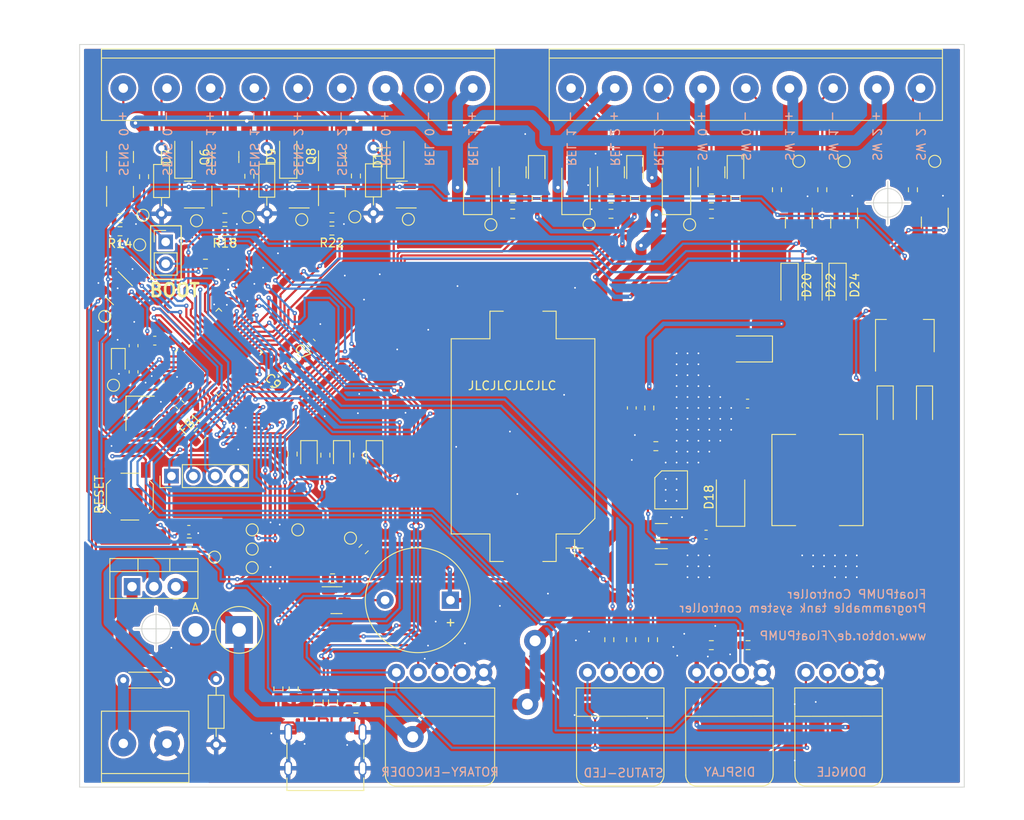
<source format=kicad_pcb>
(kicad_pcb (version 20211014) (generator pcbnew)

  (general
    (thickness 1.6)
  )

  (paper "A4")
  (title_block
    (title "FloatPUMP Basic Boards")
    (date "2022-11-22")
    (rev "1.0")
    (company "www.robtor.de")
  )

  (layers
    (0 "F.Cu" signal)
    (31 "B.Cu" signal)
    (32 "B.Adhes" user "B.Adhesive")
    (33 "F.Adhes" user "F.Adhesive")
    (34 "B.Paste" user)
    (35 "F.Paste" user)
    (36 "B.SilkS" user "B.Silkscreen")
    (37 "F.SilkS" user "F.Silkscreen")
    (38 "B.Mask" user)
    (39 "F.Mask" user)
    (40 "Dwgs.User" user "User.Drawings")
    (41 "Cmts.User" user "User.Comments")
    (42 "Eco1.User" user "User.Eco1")
    (43 "Eco2.User" user "User.Eco2")
    (44 "Edge.Cuts" user)
    (45 "Margin" user)
    (46 "B.CrtYd" user "B.Courtyard")
    (47 "F.CrtYd" user "F.Courtyard")
    (48 "B.Fab" user)
    (49 "F.Fab" user)
    (50 "User.1" user)
    (51 "User.2" user)
    (52 "User.3" user)
    (53 "User.4" user)
    (54 "User.5" user)
    (55 "User.6" user)
    (56 "User.7" user)
    (57 "User.8" user)
    (58 "User.9" user)
  )

  (setup
    (stackup
      (layer "F.SilkS" (type "Top Silk Screen"))
      (layer "F.Paste" (type "Top Solder Paste"))
      (layer "F.Mask" (type "Top Solder Mask") (thickness 0.01))
      (layer "F.Cu" (type "copper") (thickness 0.035))
      (layer "dielectric 1" (type "core") (thickness 1.51) (material "FR4") (epsilon_r 4.5) (loss_tangent 0.02))
      (layer "B.Cu" (type "copper") (thickness 0.035))
      (layer "B.Mask" (type "Bottom Solder Mask") (thickness 0.01))
      (layer "B.Paste" (type "Bottom Solder Paste"))
      (layer "B.SilkS" (type "Bottom Silk Screen"))
      (copper_finish "None")
      (dielectric_constraints no)
    )
    (pad_to_mask_clearance 0)
    (pcbplotparams
      (layerselection 0x00010fc_ffffffff)
      (disableapertmacros false)
      (usegerberextensions true)
      (usegerberattributes false)
      (usegerberadvancedattributes false)
      (creategerberjobfile false)
      (svguseinch false)
      (svgprecision 6)
      (excludeedgelayer true)
      (plotframeref false)
      (viasonmask false)
      (mode 1)
      (useauxorigin false)
      (hpglpennumber 1)
      (hpglpenspeed 20)
      (hpglpendiameter 15.000000)
      (dxfpolygonmode true)
      (dxfimperialunits true)
      (dxfusepcbnewfont true)
      (psnegative false)
      (psa4output false)
      (plotreference true)
      (plotvalue false)
      (plotinvisibletext false)
      (sketchpadsonfab false)
      (subtractmaskfromsilk true)
      (outputformat 1)
      (mirror false)
      (drillshape 0)
      (scaleselection 1)
      (outputdirectory "../Production/gerber/")
    )
  )

  (net 0 "")
  (net 1 "/cryst1+")
  (net 2 "GND")
  (net 3 "/cryst1-")
  (net 4 "Net-(C3-Pad1)")
  (net 5 "/cryst2+")
  (net 6 "/cryst2-")
  (net 7 "/VBAT")
  (net 8 "/NRST")
  (net 9 "Net-(D1-Pad1)")
  (net 10 "+3.3V")
  (net 11 "Net-(D2-Pad1)")
  (net 12 "Net-(D3-Pad1)")
  (net 13 "/VB")
  (net 14 "T11")
  (net 15 "T13")
  (net 16 "T15")
  (net 17 "T17")
  (net 18 "Net-(C17-Pad1)")
  (net 19 "Net-(C17-Pad2)")
  (net 20 "T20")
  (net 21 "/GPI0")
  (net 22 "/GPI1")
  (net 23 "/GPI2")
  (net 24 "/RRDT")
  (net 25 "/RRCLK")
  (net 26 "/RRSW")
  (net 27 "+5V")
  (net 28 "/I2C1_SDA")
  (net 29 "/I2C1_SCL")
  (net 30 "/USART1_TX")
  (net 31 "/USART1_RX")
  (net 32 "/SWDIO")
  (net 33 "/SWCLK")
  (net 34 "T22")
  (net 35 "unconnected-(J9-PadA8)")
  (net 36 "unconnected-(J9-PadB8)")
  (net 37 "T10")
  (net 38 "T12")
  (net 39 "T14")
  (net 40 "/BOOT0")
  (net 41 "T24")
  (net 42 "T26")
  (net 43 "T28")
  (net 44 "Net-(LS1-Pad2)")
  (net 45 "Net-(Q2-Pad1)")
  (net 46 "Net-(D4-Pad2)")
  (net 47 "Net-(D12-Pad2)")
  (net 48 "Net-(D14-Pad2)")
  (net 49 "Net-(Q9-Pad1)")
  (net 50 "Net-(Q10-Pad1)")
  (net 51 "/LED0")
  (net 52 "/LED1")
  (net 53 "/LED2")
  (net 54 "/LED5")
  (net 55 "/LED4")
  (net 56 "/LED3")
  (net 57 "/BEEP")
  (net 58 "/MPWR0")
  (net 59 "/MPWR1")
  (net 60 "/MPWR2")
  (net 61 "/OCHAN0")
  (net 62 "/OCHAN1")
  (net 63 "/OCHAN2")
  (net 64 "/usb_conn/U_D-")
  (net 65 "/USB_FS_D-")
  (net 66 "/usb_conn/U_D+")
  (net 67 "/USB_FS_D+")
  (net 68 "/usb_conn/U_VBUS")
  (net 69 "/USB_FS_VBUS")
  (net 70 "/usb_conn/CC")
  (net 71 "Net-(D16-Pad2)")
  (net 72 "Net-(Q3-Pad3)")
  (net 73 "Net-(Q3-Pad1)")
  (net 74 "Net-(Q5-Pad3)")
  (net 75 "Net-(C18-Pad1)")
  (net 76 "Net-(TP4-Pad1)")
  (net 77 "Net-(U3-Pad6)")
  (net 78 "T16")
  (net 79 "Net-(J5-Pad2)")
  (net 80 "Net-(J5-Pad3)")
  (net 81 "Net-(J5-Pad4)")
  (net 82 "Net-(J3-Pad2)")
  (net 83 "Net-(Q5-Pad1)")
  (net 84 "Net-(Q7-Pad3)")
  (net 85 "Net-(Q7-Pad1)")
  (net 86 "Net-(Q11-Pad1)")
  (net 87 "Net-(Q1-Pad2)")
  (net 88 "Net-(C6-Pad2)")

  (footprint "Capacitor_SMD:C_0603_1608Metric" (layer "F.Cu") (at 104.4956 88.7476))

  (footprint "Package_TO_SOT_SMD:SOT-23" (layer "F.Cu") (at 112.6975 71.41095 90))

  (footprint "custom_parts:2542R-04" (layer "F.Cu") (at 180.213 127.3302))

  (footprint "Package_TO_SOT_SMD:SOT-23" (layer "F.Cu") (at 112.71 67.3885 90))

  (footprint "Resistor_SMD:R_0603_1608Metric" (layer "F.Cu") (at 120.396 91.313 -45))

  (footprint "TestPoint:TestPoint_Pad_D1.0mm" (layer "F.Cu") (at 127.762 74.3435))

  (footprint "Resistor_SMD:R_0603_1608Metric" (layer "F.Cu") (at 157.353 123.5202 90))

  (footprint "Resistor_SMD:R_0603_1608Metric" (layer "F.Cu") (at 127.889 69.5937 -90))

  (footprint "TestPoint:TestPoint_Pad_D1.0mm" (layer "F.Cu") (at 155.006 75.2582))

  (footprint "LED_SMD:LED_0805_2012Metric" (layer "F.Cu") (at 160.34 68.9082 -90))

  (footprint "custom_parts:CAMBLOCK CTB0509-2" (layer "F.Cu") (at 105.918 135.5852 180))

  (footprint "Capacitor_SMD:C_0603_1608Metric" (layer "F.Cu") (at 168.6052 111.3028))

  (footprint "Capacitor_SMD:C_0603_1608Metric" (layer "F.Cu") (at 119.253 92.456 135))

  (footprint "Package_TO_SOT_THT:TO-220-3_Vertical" (layer "F.Cu") (at 101.854 117.3532))

  (footprint "TestPoint:TestPoint_Pad_D1.0mm" (layer "F.Cu") (at 179.39 67.8942 90))

  (footprint "Resistor_SMD:R_0603_1608Metric" (layer "F.Cu") (at 146.116 73.9882 180))

  (footprint "Crystal:Crystal_SMD_2012-2Pin_2.0x1.2mm" (layer "F.Cu") (at 100.254451 90.853196 -90))

  (footprint "Resistor_SMD:R_0603_1608Metric" (layer "F.Cu") (at 124.333 102.0572 -90))

  (footprint "Diode_SMD:D_SMA" (layer "F.Cu") (at 171.45 106.934 90))

  (footprint "Connector_USB:USB_C_Receptacle_Palconn_UTC16-G" (layer "F.Cu") (at 124.333 136.2202))

  (footprint "Resistor_THT:R_Axial_DIN0204_L3.6mm_D1.6mm_P7.62mm_Horizontal" (layer "F.Cu") (at 105.283 66.3702 -90))

  (footprint "Diode_THT:D_DO-201AD_P5.08mm_Vertical_AnodeUp" (layer "F.Cu") (at 114.3 122.3772 180))

  (footprint "Resistor_SMD:R_0603_1608Metric" (layer "F.Cu") (at 172.024 72.2102 -90))

  (footprint "Resistor_SMD:R_0603_1608Metric" (layer "F.Cu") (at 125.095 75.9437 180))

  (footprint "TestPoint:TestPoint_Pad_D1.0mm" (layer "F.Cu") (at 133.985 74.63675))

  (footprint "custom_parts:CAMBLOCK CTB0509-9" (layer "F.Cu") (at 100.838 59.3852))

  (footprint "Diode_SMD:D_MiniMELF" (layer "F.Cu") (at 120.015 67.31 90))

  (footprint "Resistor_SMD:R_0603_1608Metric" (layer "F.Cu") (at 162.0012 96.5708 -90))

  (footprint "Package_TO_SOT_SMD:SOT-23" (layer "F.Cu") (at 169.23 69.1622 90))

  (footprint "Resistor_SMD:R_0603_1608Metric" (layer "F.Cu") (at 118.872 129.2352 90))

  (footprint "custom_parts:2542R-04" (layer "F.Cu") (at 167.513 127.3302))

  (footprint "TestPoint:TestPoint_Pad_D1.0mm" (layer "F.Cu") (at 195.199 67.8942 90))

  (footprint "TestPoint:TestPoint_Pad_D1.0mm" (layer "F.Cu") (at 115.3645 74.38275))

  (footprint "Resistor_SMD:R_0603_1608Metric" (layer "F.Cu") (at 146.116 72.2102))

  (footprint "Diode_SMD:D_MiniMELF" (layer "F.Cu") (at 178.308 82.296 -90))

  (footprint "Package_TO_SOT_SMD:SOT-23" (layer "F.Cu") (at 184.658 75.0062 -90))

  (footprint "custom_parts:MP9486A-SOIC-8" (layer "F.Cu") (at 164.5412 106.0958 -90))

  (footprint "Capacitor_Tantalum_SMD:CP_EIA-3528-21_Kemet-B" (layer "F.Cu") (at 173.863 89.7128 180))

  (footprint "TestPoint:TestPoint_Pad_D1.0mm" (layer "F.Cu") (at 109.347 74.803))

  (footprint "custom_parts:L_MS1040-330M" (layer "F.Cu") (at 181.5592 104.9528 90))

  (footprint "Resistor_SMD:R_0603_1608Metric" (layer "F.Cu") (at 112.649 74.45895))

  (footprint "Capacitor_SMD:C_0603_1608Metric" (layer "F.Cu") (at 108.6104 98.2472 45))

  (footprint "Resistor_SMD:R_0603_1608Metric" (layer "F.Cu") (at 192.659 71.1962 -90))

  (footprint "Capacitor_SMD:C_0603_1608Metric" (layer "F.Cu") (at 102.032451 92.377196 -90))

  (footprint "TestPoint:TestPoint_Pad_D1.0mm" (layer "F.Cu") (at 111.4552 113.919))

  (footprint "Resistor_THT:R_Axial_DIN0204_L3.6mm_D1.6mm_P5.08mm_Horizontal" (layer "F.Cu") (at 105.918 128.2192 180))

  (footprint "Resistor_SMD:R_0603_1608Metric" (layer "F.Cu") (at 125.1712 116.3828))

  (footprint "Resistor_SMD:R_0603_1608Metric" (layer "F.Cu") (at 128.143 102.0572 -90))

  (footprint "TestPoint:TestPoint_Pad_D1.0mm" (layer "F.Cu") (at 143.576 75.2582))

  (footprint "Package_TO_SOT_SMD:SOT-23" (layer "F.Cu") (at 133.223 71.755 180))

  (footprint "Capacitor_SMD:C_0603_1608Metric" (layer "F.Cu") (at 107.406459 96.187196 -45))

  (footprint "Package_TO_SOT_SMD:SOT-23" (layer "F.Cu") (at 100.457 71.4502 90))

  (footprint "Package_TO_SOT_SMD:SOT-223-3_TabPin2" (layer "F.Cu") (at 191.7192 88.1888 90))

  (footprint "Battery:BatteryHolder_Keystone_1060_1x2032" (layer "F.Cu") (at 147.32 99.8728 90))

  (footprint "TestPoint:TestPoint_Pad_D1.0mm" (layer "F.Cu") (at 127.254 111.7092))

  (footprint "TestPoint:TestPoint_Pad_D1.0mm" (layer "F.Cu") (at 121.5875 74.676))

  (footprint "TestPoint:TestPoint_Pad_D1.0mm" (layer "F.Cu") (at 121.1326 110.744))

  (footprint "Capacitor_SMD:C_0603_1608Metric" (layer "F.Cu") (at 159.9692 96.5708 90))

  (footprint "LED_SMD:LED_0805_2012Metric" (layer "F.Cu") (at 122.428 102.0572 -90))

  (footprint "Package_TO_SOT_SMD:SOT-23" (layer "F.Cu") (at 120.777 71.755 180))

  (footprint "Resistor_SMD:R_0603_1608Metric" (layer "F.Cu") (at 100.457 74.4982))

  (footprint "Buzzer_Beeper:Buzzer_12x9.5RM7.6" (layer "F.Cu") (at 138.8772 118.9228 180))

  (footprint "LED_SMD:LED_0805_2012Metric" (layer "F.Cu") (at 130.048 102.0572 -90))

  (footprint "Resistor_SMD:R_0603_1608Metric" (layer "F.Cu")
    (tedit 5F68FEEE) (tstamp 701e1a6c-c447-45ac-8d22-510d955c4d6e)
    (at 120.523 101.9302 -90)
    (descr "Resistor SMD 0603 (1608 Metric), square (rectangular) end terminal, IPC_7351 nominal, (Body size source: IPC-SM-782 page 72, https://www.pcb-3d.com/wordpress/wp-content/uploads/ipc-sm-782a_amendment_1_and_2.pdf), generated with kicad-footprint-generator")
    (tags "resistor")
    (property "JLCPCB" "Basic")
    (property "LCSC" "C21190")
    (property "Sheetfile" "FloatPUMP.kicad_sch")
    (property "Sheetname" "")
    (path "/f303ef76-d27a-409e-8075-e8c01dcd1ea2")
    (attr smd)
    (fp_text reference "R1" (at 0 -1.43 90) (layer "F.SilkS") hide
      (effects (font (size 1 1) (thickness 0.15)))
      (tstamp ab937355-b4a8-4a4a-8cc2-c5f45adad155)
    )
    (fp_text value "1k" (at 0 1.43 90) (layer "F.Fab") hide
      (effects (font (size 1 1) (thickness 0.15)))
      (tstamp a69cfc49-4c2a-4bf4-8a42-dd2882f44da4)
    )
    (fp_text user "${REFERENCE}" (at 0 0 90) (layer "F.Fab")
      (effects (font (size 0.4 0.4) (thickness 0.06)))
      (tstamp f1cccdce-1501-4c09-96c4-b01a5ac6f14c)
    )
    (fp_line (start -0.237258 0.5225) (end 0.237258 0.5225) (layer "F.SilkS") (width 0.12) (tstamp 02486e0f-c81e-4816-8317-7b5f00298481))
    (fp_line (start -0.237258 -0.5225) (end 0.237258 -0.5225) (layer "F.SilkS") (width 0.12) (tstamp 92b2cf72-fae9-4149-88b1-83b45d0a6ab4))
    (fp_line (start 1.48 0.73) (end -1.48 0.73) (layer "F.CrtYd") (width 0.05) (tstamp 117443b2-9e63-474d-83d9-157f4649e348))
    (fp_line (start 1.48 -0.73) (end 1.48 0.73) (layer "F.CrtYd") (width 0.05) (tstamp 45df0126-70f6-40b1-8881-a6c2da6c979d))
    (fp_line (start -1.48 0.73) (end -1.48 -0.73) (layer "F.CrtYd") (width 0.05) (tstamp 5b4420ee-86e9-45af-9736-0962af602584))
    (fp_line (start -1.48 -0.73) (end 1.48 -0.73) (layer "F.CrtYd") (width 0.05) (tstamp 7dd7cb27-ef74-43ec-99df-8826d61e6855))
    (fp_line (start 0.8 -0.4125) (end 0.8 0.4125) (layer "F.Fab") (width 0.1) (tstamp 34d495d0-6bcf-495f-8e6c-30cb1b5423e4))
    (fp_line (start 0.8 0.4125) (end -0.8 0.4125) (layer "F.Fab") (width 0.1) (tstamp 6c4d2294-0337-4d08-bfb1-835883e020d0))
    (fp_line (start -0.8 -0.4125) (end 0.8 -0.4125) (layer "F.Fab") (width 0.1) (tstamp 84d9792b-2532-403e-85ae-d456a2b31c1e))
    (fp_line (start -0.8 0.4125) (end -0.8 -0.4125) (layer "F.Fab") (width 0.1) (tstamp bad049cf-535f-4cea-aa0c-2c3eccbf2bcf))
    (pad "1" smd roundrect (at -0.825 0 270) (size 0.8 0.95) (layers "F.Cu" "F.Paste" "F.Mask") (roundrect_rratio 0.25)
      (net 9 "Net-(D1-Pad1)") (pintype "passive") (tstamp 64319a8d-fe3e-4c69-a804-5229a75d7b5f
... [2116568 chars truncated]
</source>
